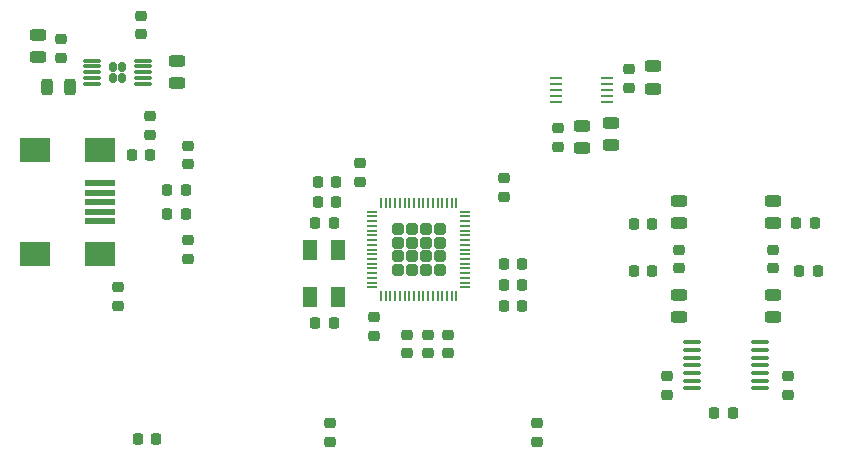
<source format=gbr>
%TF.GenerationSoftware,KiCad,Pcbnew,7.0.7*%
%TF.CreationDate,2023-09-03T16:08:26-07:00*%
%TF.ProjectId,headphone_dac,68656164-7068-46f6-9e65-5f6461632e6b,rev?*%
%TF.SameCoordinates,Original*%
%TF.FileFunction,Paste,Top*%
%TF.FilePolarity,Positive*%
%FSLAX46Y46*%
G04 Gerber Fmt 4.6, Leading zero omitted, Abs format (unit mm)*
G04 Created by KiCad (PCBNEW 7.0.7) date 2023-09-03 16:08:26*
%MOMM*%
%LPD*%
G01*
G04 APERTURE LIST*
G04 Aperture macros list*
%AMRoundRect*
0 Rectangle with rounded corners*
0 $1 Rounding radius*
0 $2 $3 $4 $5 $6 $7 $8 $9 X,Y pos of 4 corners*
0 Add a 4 corners polygon primitive as box body*
4,1,4,$2,$3,$4,$5,$6,$7,$8,$9,$2,$3,0*
0 Add four circle primitives for the rounded corners*
1,1,$1+$1,$2,$3*
1,1,$1+$1,$4,$5*
1,1,$1+$1,$6,$7*
1,1,$1+$1,$8,$9*
0 Add four rect primitives between the rounded corners*
20,1,$1+$1,$2,$3,$4,$5,0*
20,1,$1+$1,$4,$5,$6,$7,0*
20,1,$1+$1,$6,$7,$8,$9,0*
20,1,$1+$1,$8,$9,$2,$3,0*%
G04 Aperture macros list end*
%ADD10RoundRect,0.250000X-0.253488X0.253488X-0.253488X-0.253488X0.253488X-0.253488X0.253488X0.253488X0*%
%ADD11RoundRect,0.050000X-0.050000X0.362500X-0.050000X-0.362500X0.050000X-0.362500X0.050000X0.362500X0*%
%ADD12RoundRect,0.050000X-0.362500X0.050000X-0.362500X-0.050000X0.362500X-0.050000X0.362500X0.050000X0*%
%ADD13RoundRect,0.218750X-0.256250X0.218750X-0.256250X-0.218750X0.256250X-0.218750X0.256250X0.218750X0*%
%ADD14RoundRect,0.218750X-0.218750X-0.256250X0.218750X-0.256250X0.218750X0.256250X-0.218750X0.256250X0*%
%ADD15RoundRect,0.218750X0.218750X0.256250X-0.218750X0.256250X-0.218750X-0.256250X0.218750X-0.256250X0*%
%ADD16RoundRect,0.218750X0.256250X-0.218750X0.256250X0.218750X-0.256250X0.218750X-0.256250X-0.218750X0*%
%ADD17RoundRect,0.243750X0.456250X-0.243750X0.456250X0.243750X-0.456250X0.243750X-0.456250X-0.243750X0*%
%ADD18RoundRect,0.243750X0.243750X0.456250X-0.243750X0.456250X-0.243750X-0.456250X0.243750X-0.456250X0*%
%ADD19RoundRect,0.243750X-0.456250X0.243750X-0.456250X-0.243750X0.456250X-0.243750X0.456250X0.243750X0*%
%ADD20R,2.500000X0.500000*%
%ADD21R,2.500000X2.000000*%
%ADD22RoundRect,0.175000X0.175000X0.220000X-0.175000X0.220000X-0.175000X-0.220000X0.175000X-0.220000X0*%
%ADD23RoundRect,0.075000X0.650000X0.075000X-0.650000X0.075000X-0.650000X-0.075000X0.650000X-0.075000X0*%
%ADD24R,1.100000X0.250000*%
%ADD25RoundRect,0.100000X-0.637500X-0.100000X0.637500X-0.100000X0.637500X0.100000X-0.637500X0.100000X0*%
%ADD26R,1.200000X1.800000*%
G04 APERTURE END LIST*
D10*
%TO.C,U2*%
X125087500Y-123587500D03*
X122737500Y-124762500D03*
X122737500Y-122412500D03*
X123912500Y-124762500D03*
X122737500Y-121237500D03*
X123912500Y-123587500D03*
X126262500Y-122412500D03*
X125087500Y-121237500D03*
X126262500Y-124762500D03*
X125087500Y-124762500D03*
X126262500Y-123587500D03*
X123912500Y-121237500D03*
X122737500Y-123587500D03*
X125087500Y-122412500D03*
X123912500Y-122412500D03*
X126262500Y-121237500D03*
D11*
X127700000Y-119062500D03*
X127300000Y-119062500D03*
X126900000Y-119062500D03*
X126500000Y-119062500D03*
X126100000Y-119062500D03*
X125700000Y-119062500D03*
X125300000Y-119062500D03*
X124900000Y-119062500D03*
X124500000Y-119062500D03*
X124100000Y-119062500D03*
X123700000Y-119062500D03*
X123300000Y-119062500D03*
X122900000Y-119062500D03*
X122500000Y-119062500D03*
X122100000Y-119062500D03*
X121700000Y-119062500D03*
X121300000Y-119062500D03*
D12*
X120562500Y-119800000D03*
X120562500Y-120200000D03*
X120562500Y-120600000D03*
X120562500Y-121000000D03*
X120562500Y-121400000D03*
X120562500Y-121800000D03*
X120562500Y-122200000D03*
X120562500Y-122600000D03*
X120562500Y-123000000D03*
X120562500Y-123400000D03*
X120562500Y-123800000D03*
X120562500Y-124200000D03*
X120562500Y-124600000D03*
X120562500Y-125000000D03*
X120562500Y-125400000D03*
X120562500Y-125800000D03*
X120562500Y-126200000D03*
D11*
X121300000Y-126937500D03*
X121700000Y-126937500D03*
X122100000Y-126937500D03*
X122500000Y-126937500D03*
X122900000Y-126937500D03*
X123300000Y-126937500D03*
X123700000Y-126937500D03*
X124100000Y-126937500D03*
X124500000Y-126937500D03*
X124900000Y-126937500D03*
X125300000Y-126937500D03*
X125700000Y-126937500D03*
X126100000Y-126937500D03*
X126500000Y-126937500D03*
X126900000Y-126937500D03*
X127300000Y-126937500D03*
X127700000Y-126937500D03*
D12*
X128437500Y-126200000D03*
X128437500Y-125800000D03*
X128437500Y-125400000D03*
X128437500Y-125000000D03*
X128437500Y-124600000D03*
X128437500Y-124200000D03*
X128437500Y-123800000D03*
X128437500Y-123400000D03*
X128437500Y-123000000D03*
X128437500Y-122600000D03*
X128437500Y-122200000D03*
X128437500Y-121800000D03*
X128437500Y-121400000D03*
X128437500Y-121000000D03*
X128437500Y-120600000D03*
X128437500Y-120200000D03*
X128437500Y-119800000D03*
%TD*%
D13*
%TO.C,C1*%
X123500000Y-130212500D03*
X123500000Y-131787500D03*
%TD*%
D14*
%TO.C,C2*%
X131712500Y-126000000D03*
X133287500Y-126000000D03*
%TD*%
D15*
%TO.C,C3*%
X117537500Y-117250000D03*
X115962500Y-117250000D03*
%TD*%
D13*
%TO.C,C4*%
X127000000Y-130212500D03*
X127000000Y-131787500D03*
%TD*%
D16*
%TO.C,C5*%
X119500000Y-117287500D03*
X119500000Y-115712500D03*
%TD*%
D15*
%TO.C,C6*%
X117537500Y-119000000D03*
X115962500Y-119000000D03*
%TD*%
D16*
%TO.C,C8*%
X105000000Y-115787500D03*
X105000000Y-114212500D03*
%TD*%
D13*
%TO.C,C9*%
X120750000Y-128712500D03*
X120750000Y-130287500D03*
%TD*%
%TO.C,C10*%
X125250000Y-130212500D03*
X125250000Y-131787500D03*
%TD*%
D14*
%TO.C,C11*%
X131712500Y-127750000D03*
X133287500Y-127750000D03*
%TD*%
%TO.C,C12*%
X131712500Y-124250000D03*
X133287500Y-124250000D03*
%TD*%
D15*
%TO.C,C14*%
X101787500Y-115000000D03*
X100212500Y-115000000D03*
%TD*%
D17*
%TO.C,C15*%
X104000000Y-108937500D03*
X104000000Y-107062500D03*
%TD*%
%TO.C,C16*%
X92250000Y-106687500D03*
X92250000Y-104812500D03*
%TD*%
D18*
%TO.C,C17*%
X94937500Y-109250000D03*
X93062500Y-109250000D03*
%TD*%
D14*
%TO.C,C18*%
X115712500Y-120750000D03*
X117287500Y-120750000D03*
%TD*%
D15*
%TO.C,C19*%
X117287500Y-129250000D03*
X115712500Y-129250000D03*
%TD*%
D16*
%TO.C,C20*%
X142300000Y-109287500D03*
X142300000Y-107712500D03*
%TD*%
D17*
%TO.C,C21*%
X144300000Y-109375000D03*
X144300000Y-107500000D03*
%TD*%
D13*
%TO.C,C22*%
X136300000Y-112712500D03*
X136300000Y-114287500D03*
%TD*%
D17*
%TO.C,C23*%
X140750000Y-114187500D03*
X140750000Y-112312500D03*
%TD*%
D19*
%TO.C,C24*%
X138300000Y-112562500D03*
X138300000Y-114437500D03*
%TD*%
D17*
%TO.C,C25*%
X146500000Y-120737500D03*
X146500000Y-118862500D03*
%TD*%
%TO.C,C26*%
X154500000Y-120737500D03*
X154500000Y-118862500D03*
%TD*%
D14*
%TO.C,C27*%
X100712500Y-139000000D03*
X102287500Y-139000000D03*
%TD*%
%TO.C,C28*%
X142712500Y-124800000D03*
X144287500Y-124800000D03*
%TD*%
D17*
%TO.C,C30*%
X146500000Y-128737500D03*
X146500000Y-126862500D03*
%TD*%
%TO.C,C31*%
X154500000Y-128737500D03*
X154500000Y-126862500D03*
%TD*%
D16*
%TO.C,C32*%
X155750000Y-135287500D03*
X155750000Y-133712500D03*
%TD*%
%TO.C,C33*%
X145500000Y-135287500D03*
X145500000Y-133712500D03*
%TD*%
D15*
%TO.C,C34*%
X151075000Y-136800000D03*
X149500000Y-136800000D03*
%TD*%
D13*
%TO.C,FB1*%
X101750000Y-111712500D03*
X101750000Y-113287500D03*
%TD*%
D20*
%TO.C,J1*%
X97500000Y-117400000D03*
X97500000Y-118200000D03*
X97500000Y-119000000D03*
X97500000Y-119800000D03*
X97500000Y-120600000D03*
D21*
X97500000Y-114600000D03*
X92000000Y-114600000D03*
X97500000Y-123400000D03*
X92000000Y-123400000D03*
%TD*%
D13*
%TO.C,R1*%
X99000000Y-126212500D03*
X99000000Y-127787500D03*
%TD*%
D15*
%TO.C,R2*%
X104787500Y-120000000D03*
X103212500Y-120000000D03*
%TD*%
%TO.C,R3*%
X104787500Y-118000000D03*
X103212500Y-118000000D03*
%TD*%
D16*
%TO.C,R4*%
X101000000Y-104787500D03*
X101000000Y-103212500D03*
%TD*%
%TO.C,R5*%
X94250000Y-106787500D03*
X94250000Y-105212500D03*
%TD*%
D14*
%TO.C,R6*%
X142712500Y-120800000D03*
X144287500Y-120800000D03*
%TD*%
%TO.C,R7*%
X156462500Y-120750000D03*
X158037500Y-120750000D03*
%TD*%
D16*
%TO.C,R8*%
X146500000Y-124587500D03*
X146500000Y-123012500D03*
%TD*%
%TO.C,R9*%
X154500000Y-124587500D03*
X154500000Y-123012500D03*
%TD*%
D22*
%TO.C,U1*%
X99420000Y-108470000D03*
X99420000Y-107530000D03*
X98580000Y-108470000D03*
X98580000Y-107530000D03*
D23*
X101150000Y-109000000D03*
X101150000Y-108500000D03*
X101150000Y-108000000D03*
X101150000Y-107500000D03*
X101150000Y-107000000D03*
X96850000Y-107000000D03*
X96850000Y-107500000D03*
X96850000Y-108000000D03*
X96850000Y-108500000D03*
X96850000Y-109000000D03*
%TD*%
D24*
%TO.C,U3*%
X136150000Y-108500000D03*
X136150000Y-109000000D03*
X136150000Y-109500000D03*
X136150000Y-110000000D03*
X136150000Y-110500000D03*
X140450000Y-110500000D03*
X140450000Y-110000000D03*
X140450000Y-109500000D03*
X140450000Y-109000000D03*
X140450000Y-108500000D03*
%TD*%
D25*
%TO.C,U4*%
X147637500Y-130850000D03*
X147637500Y-131500000D03*
X147637500Y-132150000D03*
X147637500Y-132800000D03*
X147637500Y-133450000D03*
X147637500Y-134100000D03*
X147637500Y-134750000D03*
X153362500Y-134750000D03*
X153362500Y-134100000D03*
X153362500Y-133450000D03*
X153362500Y-132800000D03*
X153362500Y-132150000D03*
X153362500Y-131500000D03*
X153362500Y-130850000D03*
%TD*%
D16*
%TO.C,C35*%
X117000000Y-139287500D03*
X117000000Y-137712500D03*
%TD*%
%TO.C,C36*%
X134500000Y-139287500D03*
X134500000Y-137712500D03*
%TD*%
D26*
%TO.C,Y1*%
X117700000Y-127000000D03*
X117700000Y-123000000D03*
X115300000Y-123000000D03*
X115300000Y-127000000D03*
%TD*%
D16*
%TO.C,C7*%
X105000000Y-123787500D03*
X105000000Y-122212500D03*
%TD*%
%TO.C,C13*%
X131750000Y-118537500D03*
X131750000Y-116962500D03*
%TD*%
D14*
%TO.C,C29*%
X156712500Y-124800000D03*
X158287500Y-124800000D03*
%TD*%
M02*

</source>
